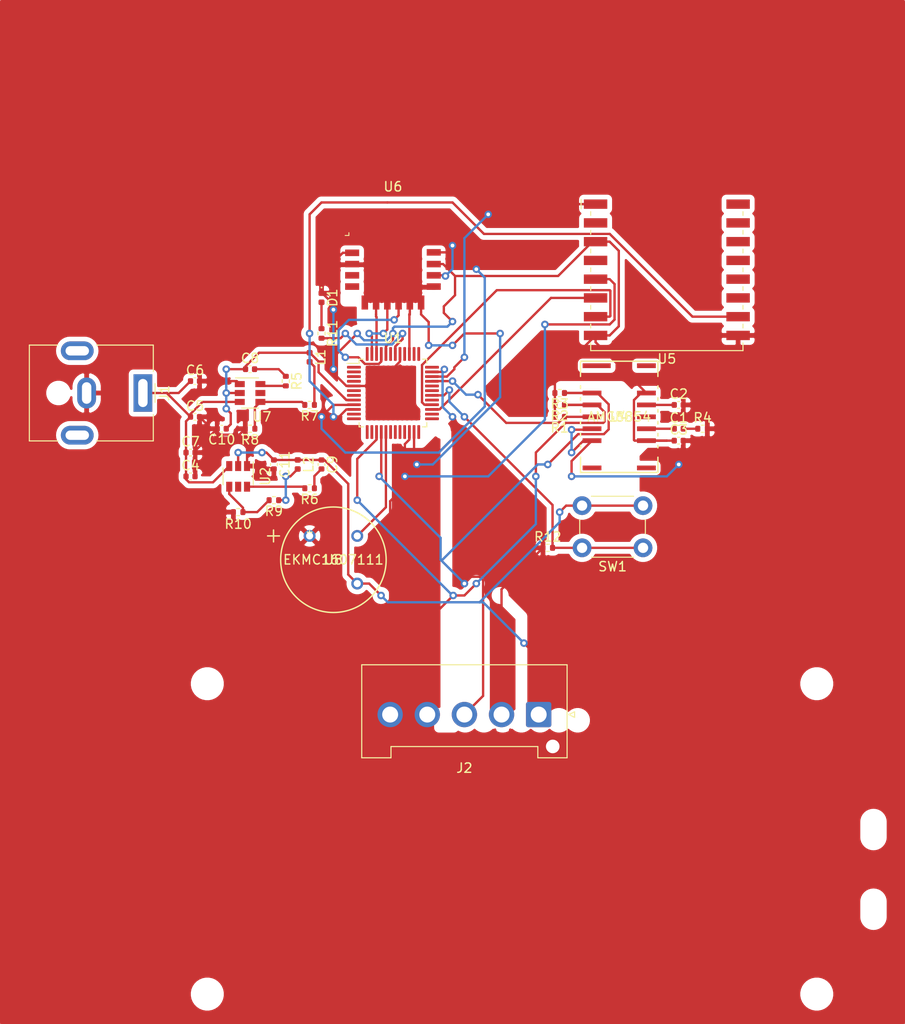
<source format=kicad_pcb>
(kicad_pcb (version 20171130) (host pcbnew "(5.1.9)-1")
  (layers (0 F.Cu signal) (31 B.Cu signal) (34 B.Paste user) (35 F.Paste user) (36 B.SilkS user) (37 F.SilkS user hide) (38 B.Mask user) (39 F.Mask user) (44 Edge.Cuts user))
  (net 0 "")
  (net 1 "Net-(U1-Pad48)")
  (net 2 BLE_UART_TX)
  (net 3 BLE_UART_RX)
  (net 4 +3V3)
  (net 5 "Net-(U1-Pad43)")
  (net 6 GND)
  (net 7 "Net-(U1-Pad40)")
  (net 8 "Net-(U1-Pad38)")
  (net 9 "Net-(U1-Pad37)")
  (net 10 "Net-(U1-Pad36)")
  (net 11 LCD_RST)
  (net 12 Grid-EYE_INT)
  (net 13 "Net-(U1-Pad32)")
  (net 14 "Net-(U1-Pad31)")
  (net 15 "Net-(U1-Pad29)")
  (net 16 SPI_MOSI)
  (net 17 SPI_MISO)
  (net 18 "Net-(U1-Pad26)")
  (net 19 "Net-(U1-Pad25)")
  (net 20 "Net-(U1-Pad24)")
  (net 21 SPI_CLK)
  (net 22 "Net-(U1-Pad21)")
  (net 23 "Net-(U1-Pad20)")
  (net 24 "Net-(U1-Pad19)")
  (net 25 "Net-(U1-Pad18)")
  (net 26 SDA)
  (net 27 SCL)
  (net 28 "Net-(U1-Pad14)")
  (net 29 "Net-(U1-Pad13)")
  (net 30 "Net-(U1-Pad12)")
  (net 31 "Net-(U1-Pad11)")
  (net 32 SPI_CS_WIFI)
  (net 33 "Net-(U1-Pad7)")
  (net 34 "Net-(U1-Pad6)")
  (net 35 "Net-(U1-Pad4)")
  (net 36 "Net-(U1-Pad3)")
  (net 37 "Net-(U1-Pad2)")
  (net 38 "Net-(U1-Pad1)")
  (net 39 +5V)
  (net 40 "Net-(U5-Pad2)")
  (net 41 "Net-(U5-Pad4)")
  (net 42 "Net-(U5-Pad11)")
  (net 43 "Net-(U5-Pad12)")
  (net 44 "Net-(U5-Pad13)")
  (net 45 "Net-(U5-Pad14)")
  (net 46 "Net-(U5-Pad15)")
  (net 47 "Net-(U5-Pad16)")
  (net 48 "Net-(U6-Pad16)")
  (net 49 "Net-(U6-Pad12)")
  (net 50 "Net-(U6-Pad1)")
  (net 51 "Net-(U6-Pad3)")
  (net 52 "Net-(U6-Pad4)")
  (net 53 "Net-(U6-Pad5)")
  (net 54 "Net-(U6-Pad6)")
  (net 55 LED_GPIO)
  (net 56 BUTTON_GPIO)
  (net 57 BLE_RST)
  (net 58 WIFI_RST)
  (net 59 PIR_GPIO)
  (net 60 "Net-(U2-Pad5)")
  (net 61 "Net-(R6-Pad2)")
  (net 62 "Net-(R10-Pad1)")
  (net 63 VCC)
  (net 64 "Net-(U7-Pad5)")
  (net 65 "Net-(R5-Pad2)")
  (net 66 "Net-(R7-Pad2)")
  (net 67 "Net-(C1-Pad2)")
  (net 68 "Net-(C1-Pad1)")
  (net 69 "Net-(C2-Pad1)")
  (net 70 "Net-(C8-Pad2)")
  (net 71 "Net-(C9-Pad2)")
  (net 72 "Net-(D1-Pad2)")
  (net 73 "Net-(L1-Pad2)")
  (net 74 "Net-(L2-Pad2)")
  (net 75 "Net-(U4-Pad1)")
  (net 76 "Net-(U4-Pad7)")
  (net 77 "Net-(U4-Pad8)")
  (net 78 "Net-(U4-Pad11)")
  (net 79 "Net-(U4-Pad14)")
  (net 80 BLE_UART_RTS)
  (net 81 BLE_UART_CTS)
  (net 82 BLE_UART_TX_IND)
  (module Connector_JST:JST_VH_B5P-VH-FB-B_1x05_P3.96mm_Vertical (layer F.Cu) (at 141.27 119.38 180)
    (fp_text reference J2 (at 7.92 -5.7) (layer F.SilkS))
    (fp_text value Conn_01x05_Male_LCD_DISPLAY)
    (pad 1 thru_hole roundrect (at 0 0 180) (size 2.7 2.7) (drill 1.7) (layers *.Cu *.Mask) (roundrect_rratio 0.09259299999999999) (net 39 +5V))
    (pad 2 thru_hole circle (at 3.96 0 180) (size 2.7 2.7) (drill 1.7) (layers *.Cu *.Mask) (net 6 GND))
    (pad 3 thru_hole circle (at 7.92 0 180) (size 2.7 2.7) (drill 1.7) (layers *.Cu *.Mask) (net 26 SDA))
    (pad 4 thru_hole circle (at 11.88 0 180) (size 2.7 2.7) (drill 1.7) (layers *.Cu *.Mask) (net 27 SCL))
    (pad 5 thru_hole circle (at 15.84 0 180) (size 2.7 2.7) (drill 1.7) (layers *.Cu *.Mask) (net 11 LCD_RST))
    (pad "" np_thru_hole circle (at -1.5 -3.4 180) (size 1.45 1.45) (drill 1.45) (layers *.Cu *.Mask))
  )
  (module Package_TO_SOT_SMD:SOT-23-6 (layer F.Cu) (at 110.49 85.09)
    (fp_text reference U7 (at 1.27 2.54) (layer F.SilkS))
    (fp_text value TPS56339DDC)
    (pad 5 smd rect (at 1.1 0) (size 1.06 0.65) (layers F.Cu F.Paste F.Mask) (net 64 "Net-(U7-Pad5)"))
    (pad 6 smd rect (at 1.1 -0.95) (size 1.06 0.65) (layers F.Cu F.Paste F.Mask) (net 65 "Net-(R5-Pad2)"))
    (pad 4 smd rect (at 1.1 0.95) (size 1.06 0.65) (layers F.Cu F.Paste F.Mask) (net 66 "Net-(R7-Pad2)"))
    (pad 3 smd rect (at -1.1 0.95) (size 1.06 0.65) (layers F.Cu F.Paste F.Mask) (net 63 VCC))
    (pad 2 smd rect (at -1.1 0) (size 1.06 0.65) (layers F.Cu F.Paste F.Mask) (net 4 +3V3))
    (pad 1 smd rect (at -1.1 -0.95) (size 1.06 0.65) (layers F.Cu F.Paste F.Mask) (net 6 GND))
  )
  (module Package_TO_SOT_SMD:SOT-23-6 (layer F.Cu) (at 109.22 93.98 270)
    (fp_text reference U2 (at 0 -2.9 90) (layer F.SilkS))
    (fp_text value TPS56339DDC)
    (pad 5 smd rect (at 1.1 0 270) (size 1.06 0.65) (layers F.Cu F.Paste F.Mask) (net 60 "Net-(U2-Pad5)"))
    (pad 6 smd rect (at 1.1 -0.95 270) (size 1.06 0.65) (layers F.Cu F.Paste F.Mask) (net 61 "Net-(R6-Pad2)"))
    (pad 4 smd rect (at 1.1 0.95 270) (size 1.06 0.65) (layers F.Cu F.Paste F.Mask) (net 62 "Net-(R10-Pad1)"))
    (pad 3 smd rect (at -1.1 0.95 270) (size 1.06 0.65) (layers F.Cu F.Paste F.Mask) (net 63 VCC))
    (pad 2 smd rect (at -1.1 0 270) (size 1.06 0.65) (layers F.Cu F.Paste F.Mask) (net 39 +5V))
    (pad 1 smd rect (at -1.1 -0.95 270) (size 1.06 0.65) (layers F.Cu F.Paste F.Mask) (net 6 GND))
  )
  (module RF_Module:Microchip_RN4871 (layer F.Cu) (at 125.73 72.39)
    (fp_text reference U6 (at 0 -9.3) (layer F.SilkS))
    (fp_text value RN4871)
    (pad 16 smd rect (at 4.35 -3.45 90) (size 0.7 1.5) (layers F.Cu F.Paste F.Mask) (net 48 "Net-(U6-Pad16)"))
    (pad 15 smd rect (at 4.35 -2.3 90) (size 0.7 1.5) (layers F.Cu F.Paste F.Mask) (net 82 BLE_UART_TX_IND))
    (pad 14 smd rect (at 4.35 -1.05 90) (size 0.7 1.5) (layers F.Cu F.Paste F.Mask) (net 4 +3V3))
    (pad 13 smd rect (at 4.35 0.15 90) (size 0.7 1.5) (layers F.Cu F.Paste F.Mask) (net 6 GND))
    (pad 12 smd rect (at 4.35 1.35 90) (size 0.7 1.5) (layers F.Cu F.Paste F.Mask) (net 49 "Net-(U6-Pad12)"))
    (pad 1 smd rect (at -4.35 -3.45 90) (size 0.7 1.5) (layers F.Cu F.Paste F.Mask) (net 50 "Net-(U6-Pad1)"))
    (pad 2 smd rect (at -4.35 -2.25 90) (size 0.7 1.5) (layers F.Cu F.Paste F.Mask) (net 6 GND))
    (pad 3 smd rect (at -4.35 -1.05 90) (size 0.7 1.5) (layers F.Cu F.Paste F.Mask) (net 51 "Net-(U6-Pad3)"))
    (pad 4 smd rect (at -4.35 0.15 90) (size 0.7 1.5) (layers F.Cu F.Paste F.Mask) (net 52 "Net-(U6-Pad4)"))
    (pad 5 smd rect (at -4.35 1.35 90) (size 0.7 1.5) (layers F.Cu F.Paste F.Mask) (net 53 "Net-(U6-Pad5)"))
    (pad 11 smd rect (at 3 3.05) (size 0.7 1.5) (layers F.Cu F.Paste F.Mask) (net 81 BLE_UART_CTS))
    (pad 10 smd rect (at 1.8 3.05) (size 0.7 1.5) (layers F.Cu F.Paste F.Mask) (net 57 BLE_RST))
    (pad 9 smd rect (at 0.6 3.05) (size 0.7 1.5) (layers F.Cu F.Paste F.Mask) (net 80 BLE_UART_RTS))
    (pad 8 smd rect (at -0.6 3.05) (size 0.7 1.5) (layers F.Cu F.Paste F.Mask) (net 2 BLE_UART_TX))
    (pad 7 smd rect (at -1.8 3.05) (size 0.7 1.5) (layers F.Cu F.Paste F.Mask) (net 3 BLE_UART_RX))
    (pad 6 smd rect (at -3 3.05) (size 0.7 1.5) (layers F.Cu F.Paste F.Mask) (net 54 "Net-(U6-Pad6)"))
  )
  (module RF_Module:ESP-07 (layer F.Cu) (at 154.94 69.85)
    (fp_text reference U5 (at 0 11.6) (layer F.SilkS))
    (fp_text value ESP-07)
    (pad 1 smd rect (at -7.6 -4.9) (size 2.5 1) (layers F.Cu F.Paste F.Mask) (net 58 WIFI_RST))
    (pad 2 smd rect (at -7.6 -2.9) (size 2.5 1) (layers F.Cu F.Paste F.Mask) (net 40 "Net-(U5-Pad2)"))
    (pad 3 smd rect (at -7.6 -0.9) (size 2.5 1) (layers F.Cu F.Paste F.Mask) (net 4 +3V3))
    (pad 4 smd rect (at -7.6 1.1) (size 2.5 1) (layers F.Cu F.Paste F.Mask) (net 41 "Net-(U5-Pad4)"))
    (pad 5 smd rect (at -7.6 3.1) (size 2.5 1) (layers F.Cu F.Paste F.Mask) (net 21 SPI_CLK))
    (pad 6 smd rect (at -7.6 5.1) (size 2.5 1) (layers F.Cu F.Paste F.Mask) (net 17 SPI_MISO))
    (pad 7 smd rect (at -7.6 7.1) (size 2.5 1) (layers F.Cu F.Paste F.Mask) (net 16 SPI_MOSI))
    (pad 8 smd rect (at -7.6 9.1) (size 2.5 1) (layers F.Cu F.Paste F.Mask) (net 4 +3V3))
    (pad 9 smd rect (at 7.6 9.1) (size 2.5 1) (layers F.Cu F.Paste F.Mask) (net 6 GND))
    (pad 10 smd rect (at 7.6 7.1) (size 2.5 1) (layers F.Cu F.Paste F.Mask) (net 32 SPI_CS_WIFI))
    (pad 11 smd rect (at 7.6 5.1) (size 2.5 1) (layers F.Cu F.Paste F.Mask) (net 42 "Net-(U5-Pad11)"))
    (pad 12 smd rect (at 7.6 3.1) (size 2.5 1) (layers F.Cu F.Paste F.Mask) (net 43 "Net-(U5-Pad12)"))
    (pad 13 smd rect (at 7.6 1.1) (size 2.5 1) (layers F.Cu F.Paste F.Mask) (net 44 "Net-(U5-Pad13)"))
    (pad 14 smd rect (at 7.6 -0.9) (size 2.5 1) (layers F.Cu F.Paste F.Mask) (net 45 "Net-(U5-Pad14)"))
    (pad 15 smd rect (at 7.6 -2.9) (size 2.5 1) (layers F.Cu F.Paste F.Mask) (net 46 "Net-(U5-Pad15)"))
    (pad 16 smd rect (at 7.6 -4.9) (size 2.5 1) (layers F.Cu F.Paste F.Mask) (net 47 "Net-(U5-Pad16)"))
  )
  (module Package_QFP:LQFP-48_7x7mm_P0.5mm (layer F.Cu) (at 125.73 85.09)
    (fp_text reference U1 (at 0 -5.85) (layer F.SilkS))
    (fp_text value LPC1113FBD48-302)
    (pad 48 smd roundrect (at -2.75 -4.1625) (size 0.3 1.475) (layers F.Cu F.Paste F.Mask) (net 1 "Net-(U1-Pad48)"))
    (pad 47 smd roundrect (at -2.25 -4.1625) (size 0.3 1.475) (layers F.Cu F.Paste F.Mask) (net 2 BLE_UART_TX))
    (pad 46 smd roundrect (at -1.75 -4.1625) (size 0.3 1.475) (layers F.Cu F.Paste F.Mask) (net 3 BLE_UART_RX))
    (pad 45 smd roundrect (at -1.25 -4.1625) (size 0.3 1.475) (layers F.Cu F.Paste F.Mask) (net 80 BLE_UART_RTS))
    (pad 44 smd roundrect (at -0.75 -4.1625) (size 0.3 1.475) (layers F.Cu F.Paste F.Mask) (net 4 +3V3))
    (pad 43 smd roundrect (at -0.25 -4.1625) (size 0.3 1.475) (layers F.Cu F.Paste F.Mask) (net 5 "Net-(U1-Pad43)"))
    (pad 42 smd roundrect (at 0.25 -4.1625) (size 0.3 1.475) (layers F.Cu F.Paste F.Mask) (net 55 LED_GPIO))
    (pad 41 smd roundrect (at 0.75 -4.1625) (size 0.3 1.475) (layers F.Cu F.Paste F.Mask) (net 6 GND))
    (pad 40 smd roundrect (at 1.25 -4.1625) (size 0.3 1.475) (layers F.Cu F.Paste F.Mask) (net 7 "Net-(U1-Pad40)"))
    (pad 39 smd roundrect (at 1.75 -4.1625) (size 0.3 1.475) (layers F.Cu F.Paste F.Mask) (net 57 BLE_RST))
    (pad 38 smd roundrect (at 2.25 -4.1625) (size 0.3 1.475) (layers F.Cu F.Paste F.Mask) (net 8 "Net-(U1-Pad38)"))
    (pad 37 smd roundrect (at 2.75 -4.1625) (size 0.3 1.475) (layers F.Cu F.Paste F.Mask) (net 9 "Net-(U1-Pad37)"))
    (pad 36 smd roundrect (at 4.1625 -2.75) (size 1.475 0.3) (layers F.Cu F.Paste F.Mask) (net 10 "Net-(U1-Pad36)"))
    (pad 35 smd roundrect (at 4.1625 -2.25) (size 1.475 0.3) (layers F.Cu F.Paste F.Mask) (net 11 LCD_RST))
    (pad 34 smd roundrect (at 4.1625 -1.75) (size 1.475 0.3) (layers F.Cu F.Paste F.Mask) (net 58 WIFI_RST))
    (pad 33 smd roundrect (at 4.1625 -1.25) (size 1.475 0.3) (layers F.Cu F.Paste F.Mask) (net 12 Grid-EYE_INT))
    (pad 32 smd roundrect (at 4.1625 -0.75) (size 1.475 0.3) (layers F.Cu F.Paste F.Mask) (net 13 "Net-(U1-Pad32)"))
    (pad 31 smd roundrect (at 4.1625 -0.25) (size 1.475 0.3) (layers F.Cu F.Paste F.Mask) (net 14 "Net-(U1-Pad31)"))
    (pad 30 smd roundrect (at 4.1625 0.25) (size 1.475 0.3) (layers F.Cu F.Paste F.Mask) (net 56 BUTTON_GPIO))
    (pad 29 smd roundrect (at 4.1625 0.75) (size 1.475 0.3) (layers F.Cu F.Paste F.Mask) (net 15 "Net-(U1-Pad29)"))
    (pad 28 smd roundrect (at 4.1625 1.25) (size 1.475 0.3) (layers F.Cu F.Paste F.Mask) (net 16 SPI_MOSI))
    (pad 27 smd roundrect (at 4.1625 1.75) (size 1.475 0.3) (layers F.Cu F.Paste F.Mask) (net 17 SPI_MISO))
    (pad 26 smd roundrect (at 4.1625 2.25) (size 1.475 0.3) (layers F.Cu F.Paste F.Mask) (net 18 "Net-(U1-Pad26)"))
    (pad 25 smd roundrect (at 4.1625 2.75) (size 1.475 0.3) (layers F.Cu F.Paste F.Mask) (net 19 "Net-(U1-Pad25)"))
    (pad 24 smd roundrect (at 2.75 4.1625) (size 0.3 1.475) (layers F.Cu F.Paste F.Mask) (net 20 "Net-(U1-Pad24)"))
    (pad 23 smd roundrect (at 2.25 4.1625) (size 0.3 1.475) (layers F.Cu F.Paste F.Mask) (net 81 BLE_UART_CTS))
    (pad 22 smd roundrect (at 1.75 4.1625) (size 0.3 1.475) (layers F.Cu F.Paste F.Mask) (net 21 SPI_CLK))
    (pad 21 smd roundrect (at 1.25 4.1625) (size 0.3 1.475) (layers F.Cu F.Paste F.Mask) (net 22 "Net-(U1-Pad21)"))
    (pad 20 smd roundrect (at 0.75 4.1625) (size 0.3 1.475) (layers F.Cu F.Paste F.Mask) (net 23 "Net-(U1-Pad20)"))
    (pad 19 smd roundrect (at 0.25 4.1625) (size 0.3 1.475) (layers F.Cu F.Paste F.Mask) (net 24 "Net-(U1-Pad19)"))
    (pad 18 smd roundrect (at -0.25 4.1625) (size 0.3 1.475) (layers F.Cu F.Paste F.Mask) (net 25 "Net-(U1-Pad18)"))
    (pad 17 smd roundrect (at -0.75 4.1625) (size 0.3 1.475) (layers F.Cu F.Paste F.Mask) (net 59 PIR_GPIO))
    (pad 16 smd roundrect (at -1.25 4.1625) (size 0.3 1.475) (layers F.Cu F.Paste F.Mask) (net 26 SDA))
    (pad 15 smd roundrect (at -1.75 4.1625) (size 0.3 1.475) (layers F.Cu F.Paste F.Mask) (net 27 SCL))
    (pad 14 smd roundrect (at -2.25 4.1625) (size 0.3 1.475) (layers F.Cu F.Paste F.Mask) (net 28 "Net-(U1-Pad14)"))
    (pad 13 smd roundrect (at -2.75 4.1625) (size 0.3 1.475) (layers F.Cu F.Paste F.Mask) (net 29 "Net-(U1-Pad13)"))
    (pad 12 smd roundrect (at -4.1625 2.75) (size 1.475 0.3) (layers F.Cu F.Paste F.Mask) (net 30 "Net-(U1-Pad12)"))
    (pad 11 smd roundrect (at -4.1625 2.25) (size 1.475 0.3) (layers F.Cu F.Paste F.Mask) (net 31 "Net-(U1-Pad11)"))
    (pad 10 smd roundrect (at -4.1625 1.75) (size 1.475 0.3) (layers F.Cu F.Paste F.Mask) (net 32 SPI_CS_WIFI))
    (pad 9 smd roundrect (at -4.1625 1.25) (size 1.475 0.3) (layers F.Cu F.Paste F.Mask) (net 82 BLE_UART_TX_IND))
    (pad 8 smd roundrect (at -4.1625 0.75) (size 1.475 0.3) (layers F.Cu F.Paste F.Mask) (net 4 +3V3))
    (pad 7 smd roundrect (at -4.1625 0.25) (size 1.475 0.3) (layers F.Cu F.Paste F.Mask) (net 33 "Net-(U1-Pad7)"))
    (pad 6 smd roundrect (at -4.1625 -0.25) (size 1.475 0.3) (layers F.Cu F.Paste F.Mask) (net 34 "Net-(U1-Pad6)"))
    (pad 5 smd roundrect (at -4.1625 -0.75) (size 1.475 0.3) (layers F.Cu F.Paste F.Mask) (net 6 GND))
    (pad 4 smd roundrect (at -4.1625 -1.25) (size 1.475 0.3) (layers F.Cu F.Paste F.Mask) (net 35 "Net-(U1-Pad4)"))
    (pad 3 smd roundrect (at -4.1625 -1.75) (size 1.475 0.3) (layers F.Cu F.Paste F.Mask) (net 36 "Net-(U1-Pad3)"))
    (pad 2 smd roundrect (at -4.1625 -2.25) (size 1.475 0.3) (layers F.Cu F.Paste F.Mask) (net 37 "Net-(U1-Pad2)"))
    (pad 1 smd roundrect (at -4.1625 -2.75) (size 1.475 0.3) (layers F.Cu F.Paste F.Mask) (net 38 "Net-(U1-Pad1)"))
  )
  (module Capacitor_SMD:C_0402_1005Metric (layer F.Cu) (at 156.21 88.9)
    (fp_text reference C1 (at 0 -1.16) (layer F.SilkS))
    (fp_text value 1uF)
    (pad 2 smd roundrect (at 0.48 0) (size 0.56 0.62) (layers F.Cu F.Paste F.Mask) (net 67 "Net-(C1-Pad2)"))
    (pad 1 smd roundrect (at -0.48 0) (size 0.56 0.62) (layers F.Cu F.Paste F.Mask) (net 68 "Net-(C1-Pad1)"))
  )
  (module Capacitor_SMD:C_0402_1005Metric (layer F.Cu) (at 156.21 86.36)
    (fp_text reference C2 (at 0 -1.16) (layer F.SilkS))
    (fp_text value 1.5uF)
    (pad 1 smd roundrect (at -0.48 0) (size 0.56 0.62) (layers F.Cu F.Paste F.Mask) (net 69 "Net-(C2-Pad1)"))
    (pad 2 smd roundrect (at 0.48 0) (size 0.56 0.62) (layers F.Cu F.Paste F.Mask) (net 6 GND))
  )
  (module Capacitor_SMD:C_0402_1005Metric (layer F.Cu) (at 156.21 90.17)
    (fp_text reference C3 (at 0 -1.16) (layer F.SilkS))
    (fp_text value 10uF)
    (pad 1 smd roundrect (at -0.48 0) (size 0.56 0.62) (layers F.Cu F.Paste F.Mask) (net 4 +3V3))
    (pad 2 smd roundrect (at 0.48 0) (size 0.56 0.62) (layers F.Cu F.Paste F.Mask) (net 6 GND))
  )
  (module Capacitor_SMD:C_0402_1005Metric (layer F.Cu) (at 104.14 93.98)
    (fp_text reference C4 (at 0 -1.16) (layer F.SilkS))
    (fp_text value 10uF)
    (pad 2 smd roundrect (at 0.48 0) (size 0.56 0.62) (layers F.Cu F.Paste F.Mask) (net 6 GND))
    (pad 1 smd roundrect (at -0.48 0) (size 0.56 0.62) (layers F.Cu F.Paste F.Mask) (net 63 VCC))
  )
  (module Capacitor_SMD:C_0402_1005Metric (layer F.Cu) (at 104.62 87.63)
    (fp_text reference C5 (at 0 -1.16) (layer F.SilkS))
    (fp_text value 100nF)
    (pad 2 smd roundrect (at 0.48 0) (size 0.56 0.62) (layers F.Cu F.Paste F.Mask) (net 6 GND))
    (pad 1 smd roundrect (at -0.48 0) (size 0.56 0.62) (layers F.Cu F.Paste F.Mask) (net 63 VCC))
  )
  (module Capacitor_SMD:C_0402_1005Metric (layer F.Cu) (at 104.62 83.82)
    (fp_text reference C6 (at 0 -1.16) (layer F.SilkS))
    (fp_text value 10uF)
    (pad 1 smd roundrect (at -0.48 0) (size 0.56 0.62) (layers F.Cu F.Paste F.Mask) (net 63 VCC))
    (pad 2 smd roundrect (at 0.48 0) (size 0.56 0.62) (layers F.Cu F.Paste F.Mask) (net 6 GND))
  )
  (module Capacitor_SMD:C_0402_1005Metric (layer F.Cu) (at 104.14 91.44)
    (fp_text reference C7 (at 0 -1.16) (layer F.SilkS))
    (fp_text value 100nF)
    (pad 1 smd roundrect (at -0.48 0) (size 0.56 0.62) (layers F.Cu F.Paste F.Mask) (net 63 VCC))
    (pad 2 smd roundrect (at 0.48 0) (size 0.56 0.62) (layers F.Cu F.Paste F.Mask) (net 6 GND))
  )
  (module Capacitor_SMD:C_0402_1005Metric (layer F.Cu) (at 110.49 82.55)
    (fp_text reference C8 (at 0 -1.16) (layer F.SilkS))
    (fp_text value 100nF)
    (pad 1 smd roundrect (at -0.48 0) (size 0.56 0.62) (layers F.Cu F.Paste F.Mask) (net 4 +3V3))
    (pad 2 smd roundrect (at 0.48 0) (size 0.56 0.62) (layers F.Cu F.Paste F.Mask) (net 70 "Net-(C8-Pad2)"))
  )
  (module Capacitor_SMD:C_0402_1005Metric (layer F.Cu) (at 118.11 92.71 270)
    (fp_text reference C9 (at 0 -1.16 90) (layer F.SilkS))
    (fp_text value 100nF)
    (pad 2 smd roundrect (at 0.48 0 270) (size 0.56 0.62) (layers F.Cu F.Paste F.Mask) (net 71 "Net-(C9-Pad2)"))
    (pad 1 smd roundrect (at -0.48 0 270) (size 0.56 0.62) (layers F.Cu F.Paste F.Mask) (net 39 +5V))
  )
  (module Capacitor_SMD:C_0402_1005Metric (layer F.Cu) (at 107.47 88.9 180)
    (fp_text reference C10 (at 0 -1.16) (layer F.SilkS))
    (fp_text value 22uF)
    (pad 2 smd roundrect (at 0.48 0 180) (size 0.56 0.62) (layers F.Cu F.Paste F.Mask) (net 6 GND))
    (pad 1 smd roundrect (at -0.48 0 180) (size 0.56 0.62) (layers F.Cu F.Paste F.Mask) (net 4 +3V3))
  )
  (module Capacitor_SMD:C_0402_1005Metric (layer F.Cu) (at 113.03 92.71 270)
    (fp_text reference C11 (at 0 -1.16 90) (layer F.SilkS))
    (fp_text value 22uF)
    (pad 1 smd roundrect (at -0.48 0 270) (size 0.56 0.62) (layers F.Cu F.Paste F.Mask) (net 39 +5V))
    (pad 2 smd roundrect (at 0.48 0 270) (size 0.56 0.62) (layers F.Cu F.Paste F.Mask) (net 6 GND))
  )
  (module LED_SMD:LED_0402_1005Metric (layer F.Cu) (at 118.11 74.93 270)
    (fp_text reference D1 (at 0 -1.17 90) (layer F.SilkS))
    (fp_text value LED)
    (pad 1 smd roundrect (at -0.485 0 270) (size 0.59 0.64) (layers F.Cu F.Paste F.Mask) (net 6 GND))
    (pad 2 smd roundrect (at 0.485 0 270) (size 0.59 0.64) (layers F.Cu F.Paste F.Mask) (net 72 "Net-(D1-Pad2)"))
  )
  (module Connector_BarrelJack:BarrelJack_CUI_PJ-063AH_Horizontal (layer F.Cu) (at 99.06 85.09 270)
    (fp_text reference J1 (at 0 -2.3 90) (layer F.SilkS))
    (fp_text value Barrel_Jack)
    (pad 1 thru_hole rect (at 0 0 270) (size 4 2) (drill oval 3 1) (layers *.Cu *.Mask) (net 63 VCC))
    (pad 2 thru_hole oval (at 0 6 270) (size 3.3 2) (drill oval 2.3 1) (layers *.Cu *.Mask) (net 6 GND))
    (pad MP thru_hole oval (at -4.5 7 270) (size 2 3.5) (drill oval 1 2.5) (layers *.Cu *.Mask))
    (pad MP thru_hole oval (at 4.5 7 270) (size 2 3.5) (drill oval 1 2.5) (layers *.Cu *.Mask))
    (pad "" np_thru_hole circle (at 0 9 270) (size 1.6 1.6) (drill 1.6) (layers *.Cu *.Mask))
  )
  (module Inductor_SMD:L_0402_1005Metric (layer F.Cu) (at 116.84 81.28 270)
    (fp_text reference L1 (at 0 -1.17 90) (layer F.SilkS))
    (fp_text value 4.7uH)
    (pad 2 smd roundrect (at 0.485 0 270) (size 0.59 0.64) (layers F.Cu F.Paste F.Mask) (net 73 "Net-(L1-Pad2)"))
    (pad 1 smd roundrect (at -0.485 0 270) (size 0.59 0.64) (layers F.Cu F.Paste F.Mask) (net 4 +3V3))
  )
  (module Inductor_SMD:L_0402_1005Metric (layer F.Cu) (at 115.57 92.71 270)
    (fp_text reference L2 (at 0 -1.17 90) (layer F.SilkS))
    (fp_text value 5.6uH)
    (pad 1 smd roundrect (at -0.485 0 270) (size 0.59 0.64) (layers F.Cu F.Paste F.Mask) (net 39 +5V))
    (pad 2 smd roundrect (at 0.485 0 270) (size 0.59 0.64) (layers F.Cu F.Paste F.Mask) (net 74 "Net-(L2-Pad2)"))
  )
  (module Resistor_SMD:R_0402_1005Metric (layer F.Cu) (at 143.51 87.63 180)
    (fp_text reference R1 (at 0 -1.17) (layer F.SilkS))
    (fp_text value 10kΩ)
    (pad 1 smd roundrect (at -0.51 0 180) (size 0.54 0.64) (layers F.Cu F.Paste F.Mask) (net 12 Grid-EYE_INT))
    (pad 2 smd roundrect (at 0.51 0 180) (size 0.54 0.64) (layers F.Cu F.Paste F.Mask) (net 4 +3V3))
  )
  (module Resistor_SMD:R_0402_1005Metric (layer F.Cu) (at 143.51 86.36 180)
    (fp_text reference R2 (at 0 -1.17) (layer F.SilkS))
    (fp_text value 10kΩ)
    (pad 2 smd roundrect (at 0.51 0 180) (size 0.54 0.64) (layers F.Cu F.Paste F.Mask) (net 4 +3V3))
    (pad 1 smd roundrect (at -0.51 0 180) (size 0.54 0.64) (layers F.Cu F.Paste F.Mask) (net 27 SCL))
  )
  (module Resistor_SMD:R_0402_1005Metric (layer F.Cu) (at 143.51 85.09 180)
    (fp_text reference R3 (at 0 -1.17) (layer F.SilkS))
    (fp_text value 10kΩ)
    (pad 1 smd roundrect (at -0.51 0 180) (size 0.54 0.64) (layers F.Cu F.Paste F.Mask) (net 26 SDA))
    (pad 2 smd roundrect (at 0.51 0 180) (size 0.54 0.64) (layers F.Cu F.Paste F.Mask) (net 4 +3V3))
  )
  (module Resistor_SMD:R_0402_1005Metric (layer F.Cu) (at 158.75 88.9)
    (fp_text reference R4 (at 0 -1.17) (layer F.SilkS))
    (fp_text value 20Ω)
    (pad 2 smd roundrect (at 0.51 0) (size 0.54 0.64) (layers F.Cu F.Paste F.Mask) (net 6 GND))
    (pad 1 smd roundrect (at -0.51 0) (size 0.54 0.64) (layers F.Cu F.Paste F.Mask) (net 67 "Net-(C1-Pad2)"))
  )
  (module Resistor_SMD:R_0402_1005Metric (layer F.Cu) (at 114.3 83.82 270)
    (fp_text reference R5 (at 0 -1.17 90) (layer F.SilkS))
    (fp_text value 30Ω)
    (pad 2 smd roundrect (at 0.51 0 270) (size 0.54 0.64) (layers F.Cu F.Paste F.Mask) (net 65 "Net-(R5-Pad2)"))
    (pad 1 smd roundrect (at -0.51 0 270) (size 0.54 0.64) (layers F.Cu F.Paste F.Mask) (net 70 "Net-(C8-Pad2)"))
  )
  (module Resistor_SMD:R_0402_1005Metric (layer F.Cu) (at 116.84 95.25 180)
    (fp_text reference R6 (at 0 -1.17) (layer F.SilkS))
    (fp_text value 30Ω)
    (pad 1 smd roundrect (at -0.51 0 180) (size 0.54 0.64) (layers F.Cu F.Paste F.Mask) (net 71 "Net-(C9-Pad2)"))
    (pad 2 smd roundrect (at 0.51 0 180) (size 0.54 0.64) (layers F.Cu F.Paste F.Mask) (net 61 "Net-(R6-Pad2)"))
  )
  (module Resistor_SMD:R_0402_1005Metric (layer F.Cu) (at 116.84 86.36 180)
    (fp_text reference R7 (at 0 -1.17) (layer F.SilkS))
    (fp_text value 30.9kΩ)
    (pad 1 smd roundrect (at -0.51 0 180) (size 0.54 0.64) (layers F.Cu F.Paste F.Mask) (net 73 "Net-(L1-Pad2)"))
    (pad 2 smd roundrect (at 0.51 0 180) (size 0.54 0.64) (layers F.Cu F.Paste F.Mask) (net 66 "Net-(R7-Pad2)"))
  )
  (module Resistor_SMD:R_0402_1005Metric (layer F.Cu) (at 110.49 88.9 180)
    (fp_text reference R8 (at 0 -1.17) (layer F.SilkS))
    (fp_text value 10kΩ)
    (pad 2 smd roundrect (at 0.51 0 180) (size 0.54 0.64) (layers F.Cu F.Paste F.Mask) (net 6 GND))
    (pad 1 smd roundrect (at -0.51 0 180) (size 0.54 0.64) (layers F.Cu F.Paste F.Mask) (net 66 "Net-(R7-Pad2)"))
  )
  (module Resistor_SMD:R_0402_1005Metric (layer F.Cu) (at 113.03 96.52 180)
    (fp_text reference R9 (at 0 -1.17) (layer F.SilkS))
    (fp_text value 52.3kΩ)
    (pad 2 smd roundrect (at 0.51 0 180) (size 0.54 0.64) (layers F.Cu F.Paste F.Mask) (net 62 "Net-(R10-Pad1)"))
    (pad 1 smd roundrect (at -0.51 0 180) (size 0.54 0.64) (layers F.Cu F.Paste F.Mask) (net 74 "Net-(L2-Pad2)"))
  )
  (module Resistor_SMD:R_0402_1005Metric (layer F.Cu) (at 109.22 97.79 180)
    (fp_text reference R10 (at 0 -1.27) (layer F.SilkS))
    (fp_text value 10kΩ)
    (pad 1 smd roundrect (at -0.51 0 180) (size 0.54 0.64) (layers F.Cu F.Paste F.Mask) (net 62 "Net-(R10-Pad1)"))
    (pad 2 smd roundrect (at 0.51 0 180) (size 0.54 0.64) (layers F.Cu F.Paste F.Mask) (net 6 GND))
  )
  (module Resistor_SMD:R_0402_1005Metric (layer F.Cu) (at 118.11 78.74 270)
    (fp_text reference R11 (at 0 -1.17 90) (layer F.SilkS))
    (fp_text value 330Ω)
    (pad 2 smd roundrect (at 0.51 0 270) (size 0.54 0.64) (layers F.Cu F.Paste F.Mask) (net 55 LED_GPIO))
    (pad 1 smd roundrect (at -0.51 0 270) (size 0.54 0.64) (layers F.Cu F.Paste F.Mask) (net 72 "Net-(D1-Pad2)"))
  )
  (module Resistor_SMD:R_0402_1005Metric (layer F.Cu) (at 142.24 101.6)
    (fp_text reference R12 (at 0 -1.17) (layer F.SilkS))
    (fp_text value 10kΩ)
    (pad 1 smd roundrect (at -0.51 0) (size 0.54 0.64) (layers F.Cu F.Paste F.Mask) (net 6 GND))
    (pad 2 smd roundrect (at 0.51 0) (size 0.54 0.64) (layers F.Cu F.Paste F.Mask) (net 56 BUTTON_GPIO))
  )
  (module Button_Switch_THT:SW_PUSH_6mm (layer F.Cu) (at 152.4 101.6 180)
    (fp_text reference SW1 (at 3.25 -2) (layer F.SilkS))
    (fp_text value SW_Push)
    (pad 2 thru_hole circle (at 0 4.5 270) (size 2 2) (drill 1.1) (layers *.Cu *.Mask) (net 39 +5V))
    (pad 1 thru_hole circle (at 0 0 270) (size 2 2) (drill 1.1) (layers *.Cu *.Mask) (net 56 BUTTON_GPIO))
    (pad 2 thru_hole circle (at 6.5 4.5 270) (size 2 2) (drill 1.1) (layers *.Cu *.Mask) (net 39 +5V))
    (pad 1 thru_hole circle (at 6.5 0 270) (size 2 2) (drill 1.1) (layers *.Cu *.Mask) (net 56 BUTTON_GPIO))
  )
  (module footprints:AMG8854 (layer F.Cu) (at 149.86 87.63)
    (fp_text reference U4 (at 0 0) (layer F.SilkS))
    (fp_text value AMG8854 (at 0 0) (layer F.SilkS))
    (fp_text user * (at 0 0) (layer F.SilkS))
    (pad 1 smd rect (at -2.404699 -5.45) (size 2.9972 0.508) (layers F.Cu F.Paste F.Mask) (net 75 "Net-(U4-Pad1)"))
    (pad 2 smd rect (at -2.899999 -2.54) (size 2.0066 0.508) (layers F.Cu F.Paste F.Mask) (net 26 SDA))
    (pad 3 smd rect (at -2.899999 -1.27) (size 2.0066 0.508) (layers F.Cu F.Paste F.Mask) (net 27 SCL))
    (pad 4 smd rect (at -2.899999 0) (size 2.0066 0.508) (layers F.Cu F.Paste F.Mask) (net 12 Grid-EYE_INT))
    (pad 5 smd rect (at -2.899999 1.27) (size 2.0066 0.508) (layers F.Cu F.Paste F.Mask) (net 6 GND))
    (pad 6 smd rect (at -2.899999 2.54) (size 2.0066 0.508) (layers F.Cu F.Paste F.Mask) (net 6 GND))
    (pad 7 smd rect (at -2.899999 5.45) (size 2.0066 0.508) (layers F.Cu F.Paste F.Mask) (net 76 "Net-(U4-Pad7)"))
    (pad 8 smd rect (at 2.899999 5.45) (size 2.0066 0.508) (layers F.Cu F.Paste F.Mask) (net 77 "Net-(U4-Pad8)"))
    (pad 9 smd rect (at 2.899999 2.54) (size 2.0066 0.508) (layers F.Cu F.Paste F.Mask) (net 4 +3V3))
    (pad 10 smd rect (at 2.899999 1.27) (size 2.0066 0.508) (layers F.Cu F.Paste F.Mask) (net 68 "Net-(C1-Pad1)"))
    (pad 11 smd rect (at 2.899999 0) (size 2.0066 0.508) (layers F.Cu F.Paste F.Mask) (net 78 "Net-(U4-Pad11)"))
    (pad 12 smd rect (at 2.899999 -1.27) (size 2.0066 0.508) (layers F.Cu F.Paste F.Mask) (net 69 "Net-(C2-Pad1)"))
    (pad 13 smd rect (at 2.899999 -2.54) (size 2.0066 0.508) (layers F.Cu F.Paste F.Mask) (net 4 +3V3))
    (pad 14 smd rect (at 2.899999 -5.45) (size 2.0066 0.508) (layers F.Cu F.Paste F.Mask) (net 79 "Net-(U4-Pad14)"))
  )
  (module footprints:EKMC1607111 (layer F.Cu) (at 116.84 100.33)
    (fp_text reference U8 (at 2.54 2.54) (layer F.SilkS))
    (fp_text value EKMC1607111 (at 2.54 2.54) (layer F.SilkS))
    (fp_text user * (at 0 0) (layer F.SilkS))
    (pad 1 thru_hole circle (at 0 0) (size 1.27 1.27) (drill 0.762) (layers *.Cu *.Mask) (net 6 GND))
    (pad 3 thru_hole circle (at 5.08 5.08) (size 1.27 1.27) (drill 0.762) (layers *.Cu *.Mask) (net 39 +5V))
    (pad 2 thru_hole circle (at 5.08 0) (size 1.27 1.27) (drill 0.762) (layers *.Cu *.Mask) (net 59 PIR_GPIO))
  )
  (via (at 124.705 78.74) (size 0.8) (drill 0.4) (layers F.Cu B.Cu) (net 2))
  (segment (start 125.13 78.315) (end 124.705 78.74) (width 0.25) (layer F.Cu) (net 2))
  (segment (start 125.13 76.71) (end 125.13 78.315) (width 0.25) (layer F.Cu) (net 2))
  (via (at 123.19 78.74) (size 0.8) (drill 0.4) (layers F.Cu B.Cu) (net 2))
  (segment (start 124.705 78.74) (end 123.19 78.74) (width 0.25) (layer B.Cu) (net 2))
  (segment (start 123.48 79.03) (end 123.48 80.9275) (width 0.25) (layer F.Cu) (net 2))
  (segment (start 123.19 78.74) (end 123.48 79.03) (width 0.25) (layer F.Cu) (net 2))
  (segment (start 125.13 76.71) (end 125.13 75.44) (width 0.25) (layer F.Cu) (net 2))
  (segment (start 123.98 76.99) (end 123.98 80.9275) (width 0.25) (layer F.Cu) (net 3))
  (segment (start 123.93 76.94) (end 123.98 76.99) (width 0.25) (layer F.Cu) (net 3))
  (segment (start 123.93 76.71) (end 123.93 76.94) (width 0.25) (layer F.Cu) (net 3))
  (segment (start 123.93 76.71) (end 123.93 75.44) (width 0.25) (layer F.Cu) (net 3))
  (via (at 107.95 85.09) (size 0.8) (drill 0.4) (layers F.Cu B.Cu) (net 4))
  (segment (start 109.39 85.09) (end 107.95 85.09) (width 0.25) (layer F.Cu) (net 4))
  (via (at 107.95 86.765) (size 0.8) (drill 0.4) (layers F.Cu B.Cu) (net 4))
  (segment (start 107.95 85.09) (end 107.95 86.765) (width 0.25) (layer B.Cu) (net 4))
  (segment (start 107.95 86.765) (end 108.43 87.245) (width 0.25) (layer F.Cu) (net 4))
  (segment (start 108.43 88.42) (end 107.95 88.9) (width 0.25) (layer F.Cu) (net 4))
  (segment (start 108.43 87.245) (end 108.43 88.42) (width 0.25) (layer F.Cu) (net 4))
  (via (at 107.95 82.55) (size 0.8) (drill 0.4) (layers F.Cu B.Cu) (net 4))
  (segment (start 107.95 85.09) (end 107.95 82.55) (width 0.25) (layer B.Cu) (net 4))
  (segment (start 107.95 82.55) (end 110.01 82.55) (width 0.25) (layer F.Cu) (net 4))
  (segment (start 111.455 80.795) (end 116.84 80.795) (width 0.25) (layer F.Cu) (net 4))
  (segment (start 110.01 82.24) (end 111.455 80.795) (width 0.25) (layer F.Cu) (net 4))
  (segment (start 110.01 82.55) (end 110.01 82.24) (width 0.25) (layer F.Cu) (net 4))
  (segment (start 117.80001 81.736778) (end 116.858232 80.795) (width 0.25) (layer F.Cu) (net 4))
  (segment (start 117.80001 82.875712) (end 117.80001 81.736778) (width 0.25) (layer F.Cu) (net 4))
  (segment (start 120.764298 85.84) (end 117.80001 82.875712) (width 0.25) (layer F.Cu) (net 4))
  (segment (start 116.858232 80.795) (end 116.84 80.795) (width 0.25) (layer F.Cu) (net 4))
  (segment (start 121.5675 85.84) (end 120.764298 85.84) (width 0.25) (layer F.Cu) (net 4))
  (via (at 125.73 78.74) (size 0.8) (drill 0.4) (layers F.Cu B.Cu) (net 4))
  (segment (start 124.98 80.124298) (end 124.98 80.9275) (width 0.25) (layer F.Cu) (net 4))
  (segment (start 125.73 79.374298) (end 124.98 80.124298) (width 0.25) (layer F.Cu) (net 4))
  (segment (start 125.73 78.74) (end 125.73 79.374298) (width 0.25) (layer F.Cu) (net 4))
  (segment (start 147.004998 68.95) (end 147.34 68.95) (width 0.25) (layer F.Cu) (net 4))
  (segment (start 143.344998 72.61) (end 147.004998 68.95) (width 0.25) (layer F.Cu) (net 4))
  (segment (start 148.84 68.95) (end 147.34 68.95) (width 0.25) (layer F.Cu) (net 4))
  (segment (start 149.815021 69.925021) (end 148.84 68.95) (width 0.25) (layer F.Cu) (net 4))
  (segment (start 148.84 78.95) (end 149.815021 77.974979) (width 0.25) (layer F.Cu) (net 4))
  (segment (start 149.815021 77.974979) (end 149.815021 69.925021) (width 0.25) (layer F.Cu) (net 4))
  (segment (start 147.34 78.95) (end 148.84 78.95) (width 0.25) (layer F.Cu) (net 4))
  (segment (start 125.889316 78.014999) (end 125.73 78.174315) (width 0.25) (layer B.Cu) (net 4))
  (segment (start 125.73 78.174315) (end 125.73 78.74) (width 0.25) (layer B.Cu) (net 4))
  (segment (start 127.544999 78.014999) (end 125.889316 78.014999) (width 0.25) (layer B.Cu) (net 4))
  (segment (start 125.73 78.788002) (end 125.73 78.74) (width 0.25) (layer B.Cu) (net 4))
  (segment (start 121.92 78.74) (end 122.645001 79.465001) (width 0.25) (layer B.Cu) (net 4))
  (segment (start 120.50499 80.15501) (end 121.92 78.74) (width 0.25) (layer F.Cu) (net 4))
  (segment (start 125.053001 79.465001) (end 125.73 78.788002) (width 0.25) (layer B.Cu) (net 4))
  (segment (start 122.645001 79.465001) (end 125.053001 79.465001) (width 0.25) (layer B.Cu) (net 4))
  (segment (start 120.764298 85.84) (end 120.50499 85.580692) (width 0.25) (layer F.Cu) (net 4))
  (via (at 121.92 78.74) (size 0.8) (drill 0.4) (layers F.Cu B.Cu) (net 4))
  (segment (start 118.923222 81.736778) (end 120.50499 80.15501) (width 0.25) (layer F.Cu) (net 4))
  (segment (start 117.80001 81.736778) (end 118.923222 81.736778) (width 0.25) (layer F.Cu) (net 4))
  (via (at 132.08 77.47) (size 0.8) (drill 0.4) (layers F.Cu B.Cu) (net 4))
  (segment (start 131.535001 78.014999) (end 132.08 77.47) (width 0.25) (layer B.Cu) (net 4))
  (segment (start 127.544999 78.014999) (end 131.535001 78.014999) (width 0.25) (layer B.Cu) (net 4))
  (segment (start 132.08 77.47) (end 131.155001 76.545001) (width 0.25) (layer F.Cu) (net 4))
  (segment (start 143 87.63) (end 143 86.36) (width 0.25) (layer F.Cu) (net 4))
  (segment (start 143 85.09) (end 143 86.36) (width 0.25) (layer F.Cu) (net 4))
  (segment (start 143 83.29) (end 147.34 78.95) (width 0.25) (layer F.Cu) (net 4))
  (segment (start 143 85.09) (end 143 83.29) (width 0.25) (layer F.Cu) (net 4))
  (segment (start 152.187697 85.09) (end 152.759999 85.09) (width 0.25) (layer F.Cu) (net 4))
  (segment (start 151.431698 85.845999) (end 152.187697 85.09) (width 0.25) (layer F.Cu) (net 4))
  (segment (start 154.94 90.17) (end 152.187697 90.17) (width 0.25) (layer F.Cu) (net 4))
  (segment (start 152.759999 90.17) (end 154.94 90.17) (width 0.25) (layer F.Cu) (net 4))
  (segment (start 154.94 90.17) (end 155.73 90.17) (width 0.25) (layer F.Cu) (net 4))
  (segment (start 147.34 79.670001) (end 152.759999 85.09) (width 0.25) (layer F.Cu) (net 4))
  (segment (start 147.34 78.95) (end 147.34 79.670001) (width 0.25) (layer F.Cu) (net 4))
  (segment (start 151.506699 90.17) (end 152.759999 90.17) (width 0.25) (layer F.Cu) (net 4))
  (segment (start 151.431698 90.094999) (end 151.506699 90.17) (width 0.25) (layer F.Cu) (net 4))
  (segment (start 151.431698 85.845999) (end 151.431698 90.094999) (width 0.25) (layer F.Cu) (net 4))
  (segment (start 132.35 72.61) (end 143.344998 72.61) (width 0.25) (layer F.Cu) (net 4))
  (segment (start 131.08 71.34) (end 132.35 72.61) (width 0.25) (layer F.Cu) (net 4))
  (segment (start 130.08 71.34) (end 131.08 71.34) (width 0.25) (layer F.Cu) (net 4))
  (segment (start 132.35 74.66) (end 132.35 72.61) (width 0.25) (layer F.Cu) (net 4))
  (segment (start 131.155001 75.854999) (end 132.35 74.66) (width 0.25) (layer F.Cu) (net 4))
  (segment (start 131.155001 76.545001) (end 131.155001 75.854999) (width 0.25) (layer F.Cu) (net 4))
  (segment (start 109.07 83.82) (end 109.39 84.14) (width 0.25) (layer F.Cu) (net 6))
  (segment (start 105.1 83.82) (end 109.07 83.82) (width 0.25) (layer F.Cu) (net 6))
  (segment (start 106.37 88.9) (end 105.1 87.63) (width 0.25) (layer F.Cu) (net 6))
  (segment (start 106.99 88.9) (end 106.37 88.9) (width 0.25) (layer F.Cu) (net 6))
  (segment (start 109.34499 89.53501) (end 109.98 88.9) (width 0.25) (layer F.Cu) (net 6))
  (segment (start 107.31501 89.53501) (end 109.34499 89.53501) (width 0.25) (layer F.Cu) (net 6))
  (segment (start 106.99 89.21) (end 107.31501 89.53501) (width 0.25) (layer F.Cu) (net 6))
  (segment (start 106.99 88.9) (end 106.99 89.21) (width 0.25) (layer F.Cu) (net 6))
  (segment (start 104.62 91.27) (end 106.99 88.9) (width 0.25) (layer F.Cu) (net 6))
  (segment (start 104.62 91.44) (end 104.62 91.27) (width 0.25) (layer F.Cu) (net 6))
  (segment (start 104.62 91.44) (end 104.62 93.98) (width 0.25) (layer F.Cu) (net 6))
  (segment (start 110.17 90.36002) (end 109.34499 89.53501) (width 0.25) (layer F.Cu) (net 6))
  (segment (start 110.17 92.88) (end 110.17 90.36002) (width 0.25) (layer F.Cu) (net 6))
  (segment (start 123.870702 84.34) (end 121.5675 84.34) (width 0.25) (layer F.Cu) (net 6))
  (segment (start 126.48 81.730702) (end 123.870702 84.34) (width 0.25) (layer F.Cu) (net 6))
  (segment (start 126.48 80.9275) (end 126.48 81.730702) (width 0.25) (layer F.Cu) (net 6))
  (via (at 144.78 93.98) (size 0.8) (drill 0.4) (layers F.Cu B.Cu) (net 6))
  (segment (start 144.78 92.350001) (end 144.78 93.98) (width 0.25) (layer F.Cu) (net 6))
  (segment (start 146.960001 90.17) (end 144.78 92.350001) (width 0.25) (layer F.Cu) (net 6))
  (via (at 156.21 92.71) (size 0.8) (drill 0.4) (layers F.Cu B.Cu) (net 6))
  (segment (start 154.94 93.98) (end 156.21 92.71) (width 0.25) (layer B.Cu) (net 6))
  (segment (start 144.78 93.98) (end 154.94 93.98) (width 0.25) (layer B.Cu) (net 6))
  (segment (start 156.69 92.23) (end 156.69 90.17) (width 0.25) (layer F.Cu) (net 6))
  (segment (start 156.21 92.71) (end 156.69 92.23) (width 0.25) (layer F.Cu) (net 6))
  (via (at 119.38 82.55) (size 0.8) (drill 0.4) (layers F.Cu B.Cu) (net 6))
  (segment (start 119.38 82.955702) (end 119.38 82.55) (width 0.25) (layer F.Cu) (net 6))
  (segment (start 120.764298 84.34) (end 119.38 82.955702) (width 0.25) (layer F.Cu) (net 6))
  (segment (start 121.5675 84.34) (end 120.764298 84.34) (width 0.25) (layer F.Cu) (net 6))
  (via (at 119.38 76.2) (size 0.8) (drill 0.4) (layers F.Cu B.Cu) (net 6))
  (segment (start 119.38 82.55) (end 119.38 76.2) (width 0.25) (layer B.Cu) (net 6))
  (segment (start 118.190685 74.445) (end 118.11 74.445) (width 0.25) (layer F.Cu) (net 6))
  (segment (start 119.38 75.634315) (end 118.190685 74.445) (width 0.25) (layer F.Cu) (net 6))
  (segment (start 119.38 76.2) (end 119.38 75.634315) (width 0.25) (layer F.Cu) (net 6))
  (via (at 144.78 91.44) (size 0.8) (drill 0.4) (layers F.Cu B.Cu) (net 6))
  (segment (start 146.05 90.17) (end 144.78 91.44) (width 0.25) (layer F.Cu) (net 6))
  (segment (start 146.960001 90.17) (end 146.05 90.17) (width 0.25) (layer F.Cu) (net 6))
  (via (at 144.78 89.00001) (size 0.8) (drill 0.4) (layers F.Cu B.Cu) (net 6))
  (segment (start 144.78 91.44) (end 144.78 89.00001) (width 0.25) (layer B.Cu) (net 6))
  (segment (start 146.859991 89.00001) (end 146.960001 88.9) (width 0.25) (layer F.Cu) (net 6))
  (segment (start 144.78 89.00001) (end 146.859991 89.00001) (width 0.25) (layer F.Cu) (net 6))
  (segment (start 120.38 70.14) (end 121.38 70.14) (width 0.25) (layer F.Cu) (net 6))
  (segment (start 118.11 72.41) (end 120.38 70.14) (width 0.25) (layer F.Cu) (net 6))
  (segment (start 118.11 74.445) (end 118.11 72.41) (width 0.25) (layer F.Cu) (net 6))
  (via (at 131.327347 72.612652) (size 0.8) (drill 0.4) (layers F.Cu B.Cu) (net 6))
  (segment (start 131.254695 72.54) (end 131.327347 72.612652) (width 0.25) (layer F.Cu) (net 6))
  (segment (start 130.08 72.54) (end 131.254695 72.54) (width 0.25) (layer F.Cu) (net 6))
  (via (at 132.08 69.365) (size 0.8) (drill 0.4) (layers F.Cu B.Cu) (net 6))
  (segment (start 132.08 71.859999) (end 132.08 69.365) (width 0.25) (layer B.Cu) (net 6))
  (segment (start 131.327347 72.612652) (end 132.08 71.859999) (width 0.25) (layer B.Cu) (net 6))
  (segment (start 137.31 106.02) (end 141.73 101.6) (width 0.25) (layer F.Cu) (net 6))
  (segment (start 137.31 119.38) (end 137.31 106.02) (width 0.25) (layer F.Cu) (net 6))
  (via (at 132.08 87.63) (size 0.8) (drill 0.4) (layers F.Cu B.Cu) (net 11))
  (segment (start 132.08 89.973002) (end 132.08 87.63) (width 0.25) (layer F.Cu) (net 11))
  (segment (start 125.43 96.623002) (end 132.08 89.973002) (width 0.25) (layer F.Cu) (net 11))
  (segment (start 125.43 119.38) (end 125.43 96.623002) (width 0.25) (layer F.Cu) (net 11))
  (via (at 131.212583 82.567172) (size 0.8) (drill 0.4) (layers F.Cu B.Cu) (net 11))
  (segment (start 131.022346 86.572346) (end 131.022346 82.757409) (width 0.25) (layer B.Cu) (net 11))
  (segment (start 131.022346 82.757409) (end 131.212583 82.567172) (width 0.25) (layer B.Cu) (net 11))
  (segment (start 132.08 87.63) (end 131.022346 86.572346) (width 0.25) (layer B.Cu) (net 11))
  (segment (start 130.939755 82.84) (end 129.8925 82.84) (width 0.25) (layer F.Cu) (net 11))
  (segment (start 131.212583 82.567172) (end 130.939755 82.84) (width 0.25) (layer F.Cu) (net 11))
  (segment (start 146.960001 87.63) (end 144.02 87.63) (width 0.25) (layer F.Cu) (net 12))
  (via (at 134.795504 85.265504) (size 0.8) (drill 0.4) (layers F.Cu B.Cu) (net 12))
  (segment (start 137.80501 88.27501) (end 134.795504 85.265504) (width 0.25) (layer F.Cu) (net 12))
  (segment (start 143.37499 88.27501) (end 137.80501 88.27501) (width 0.25) (layer F.Cu) (net 12))
  (segment (start 144.02 87.63) (end 143.37499 88.27501) (width 0.25) (layer F.Cu) (net 12))
  (via (at 132.08 83.82) (size 0.8) (drill 0.4) (layers F.Cu B.Cu) (net 12))
  (segment (start 133.525504 85.265504) (end 132.08 83.82) (width 0.25) (layer B.Cu) (net 12))
  (segment (start 134.795504 85.265504) (end 133.525504 85.265504) (width 0.25) (layer B.Cu) (net 12))
  (segment (start 129.9125 83.82) (end 129.8925 83.84) (width 0.25) (layer F.Cu) (net 12))
  (segment (start 132.08 83.82) (end 129.9125 83.82) (width 0.25) (layer F.Cu) (net 12))
  (segment (start 129.089298 86.34) (end 129.8925 86.34) (width 0.25) (layer F.Cu) (net 16))
  (segment (start 128.82999 86.080692) (end 129.089298 86.34) (width 0.25) (layer F.Cu) (net 16))
  (segment (start 128.82999 82.099308) (end 128.82999 86.080692) (width 0.25) (layer F.Cu) (net 16))
  (segment (start 136.804299 74.124999) (end 128.82999 82.099308) (width 0.25) (layer F.Cu) (net 16))
  (segment (start 148.850001 74.124999) (end 136.804299 74.124999) (width 0.25) (layer F.Cu) (net 16))
  (segment (start 148.915001 74.189999) (end 148.850001 74.124999) (width 0.25) (layer F.Cu) (net 16))
  (segment (start 148.84 76.95) (end 148.915001 76.874999) (width 0.25) (layer F.Cu) (net 16))
  (segment (start 148.915001 76.874999) (end 148.915001 74.189999) (width 0.25) (layer F.Cu) (net 16))
  (segment (start 147.34 76.95) (end 148.84 76.95) (width 0.25) (layer F.Cu) (net 16))
  (segment (start 130.695702 86.84) (end 129.8925 86.84) (width 0.25) (layer F.Cu) (net 17))
  (segment (start 142.585702 74.95) (end 130.695702 86.84) (width 0.25) (layer F.Cu) (net 17))
  (segment (start 147.34 74.95) (end 142.585702 74.95) (width 0.25) (layer F.Cu) (net 17))
  (segment (start 149.365011 77.259991) (end 148.850001 77.775001) (width 0.25) (layer F.Cu) (net 21))
  (segment (start 149.365011 73.475011) (end 149.365011 77.259991) (width 0.25) (layer F.Cu) (net 21))
  (segment (start 148.84 72.95) (end 149.365011 73.475011) (width 0.25) (layer F.Cu) (net 21))
  (segment (start 147.34 72.95) (end 148.84 72.95) (width 0.25) (layer F.Cu) (net 21))
  (via (at 127 93.98) (size 0.8) (drill 0.4) (layers F.Cu B.Cu) (net 21))
  (segment (start 127 90.535702) (end 127 93.98) (width 0.25) (layer F.Cu) (net 21))
  (segment (start 127 93.98) (end 135.89 93.98) (width 0.25) (layer B.Cu) (net 21))
  (via (at 141.934999 77.775001) (size 0.8) (drill 0.4) (layers F.Cu B.Cu) (net 21))
  (segment (start 141.934999 87.935001) (end 141.934999 77.775001) (width 0.25) (layer B.Cu) (net 21))
  (segment (start 135.89 93.98) (end 141.934999 87.935001) (width 0.25) (layer B.Cu) (net 21))
  (segment (start 148.850001 77.775001) (end 141.934999 77.775001) (width 0.25) (layer F.Cu) (net 21))
  (segment (start 127.48 90.055702) (end 127.48 89.2525) (width 0.25) (layer F.Cu) (net 21))
  (segment (start 127 90.535702) (end 127.48 90.055702) (width 0.25) (layer F.Cu) (net 21))
  (segment (start 146.960001 85.09) (end 144.02 85.09) (width 0.25) (layer F.Cu) (net 26))
  (via (at 142.24 92.71) (size 0.8) (drill 0.4) (layers F.Cu B.Cu) (net 26))
  (segment (start 145.470999 89.479001) (end 142.24 92.71) (width 0.25) (layer F.Cu) (net 26))
  (segment (start 148.223302 89.479001) (end 145.470999 89.479001) (width 0.25) (layer F.Cu) (net 26))
  (segment (start 148.738312 88.963991) (end 148.223302 89.479001) (width 0.25) (layer F.Cu) (net 26))
  (segment (start 148.738312 86.296009) (end 148.738312 88.963991) (width 0.25) (layer F.Cu) (net 26))
  (segment (start 147.532303 85.09) (end 148.738312 86.296009) (width 0.25) (layer F.Cu) (net 26))
  (segment (start 144.02 85.09) (end 147.532303 85.09) (width 0.25) (layer F.Cu) (net 26))
  (segment (start 131.006998 102.87) (end 130.81 102.87) (width 0.25) (layer B.Cu) (net 26))
  (segment (start 141.166998 92.71) (end 131.006998 102.87) (width 0.25) (layer B.Cu) (net 26))
  (segment (start 142.24 92.71) (end 141.166998 92.71) (width 0.25) (layer B.Cu) (net 26))
  (via (at 124.255 93.98) (size 0.8) (drill 0.4) (layers F.Cu B.Cu) (net 26))
  (segment (start 124.48 93.755) (end 124.255 93.98) (width 0.25) (layer F.Cu) (net 26))
  (segment (start 124.48 89.2525) (end 124.48 93.755) (width 0.25) (layer F.Cu) (net 26))
  (segment (start 130.81 100.535) (end 130.81 102.87) (width 0.25) (layer B.Cu) (net 26))
  (segment (start 124.255 93.98) (end 130.81 100.535) (width 0.25) (layer B.Cu) (net 26))
  (via (at 133.35 105.41) (size 0.8) (drill 0.4) (layers F.Cu B.Cu) (net 26))
  (segment (start 130.81 102.87) (end 133.35 105.41) (width 0.25) (layer B.Cu) (net 26))
  (segment (start 135.345001 117.384999) (end 133.35 119.38) (width 0.25) (layer F.Cu) (net 26))
  (segment (start 135.345001 105.061999) (end 135.345001 117.384999) (width 0.25) (layer F.Cu) (net 26))
  (segment (start 134.968001 104.684999) (end 135.345001 105.061999) (width 0.25) (layer F.Cu) (net 26))
  (segment (start 134.075001 104.684999) (end 134.968001 104.684999) (width 0.25) (layer F.Cu) (net 26))
  (segment (start 133.35 105.41) (end 134.075001 104.684999) (width 0.25) (layer F.Cu) (net 26))
  (segment (start 146.960001 86.36) (end 144.02 86.36) (width 0.25) (layer F.Cu) (net 27))
  (via (at 140.97 93.98) (size 0.8) (drill 0.4) (layers F.Cu B.Cu) (net 27))
  (segment (start 140.97 91.44) (end 140.97 93.98) (width 0.25) (layer F.Cu) (net 27))
  (segment (start 148.157293 88.27501) (end 144.13499 88.27501) (width 0.25) (layer F.Cu) (net 27))
  (segment (start 148.288302 88.144001) (end 148.157293 88.27501) (width 0.25) (layer F.Cu) (net 27))
  (segment (start 148.288302 87.115999) (end 148.288302 88.144001) (width 0.25) (layer F.Cu) (net 27))
  (segment (start 144.13499 88.27501) (end 140.97 91.44) (width 0.25) (layer F.Cu) (net 27))
  (segment (start 147.532303 86.36) (end 148.288302 87.115999) (width 0.25) (layer F.Cu) (net 27))
  (segment (start 144.02 86.36) (end 147.532303 86.36) (width 0.25) (layer F.Cu) (net 27))
  (segment (start 140.97 93.98) (end 140.97 99.06) (width 0.25) (layer B.Cu) (net 27))
  (via (at 134.62 105.41) (size 0.8) (drill 0.4) (layers F.Cu B.Cu) (net 27))
  (segment (start 140.97 99.06) (end 134.62 105.41) (width 0.25) (layer B.Cu) (net 27))
  (segment (start 134.62 105.41) (end 133.35 106.68) (width 0.25) (layer F.Cu) (net 27))
  (via (at 121.92 96.52) (size 0.8) (drill 0.4) (layers F.Cu B.Cu) (net 27))
  (segment (start 121.92 92.115702) (end 121.92 96.52) (width 0.25) (layer F.Cu) (net 27))
  (segment (start 123.98 90.055702) (end 121.92 92.115702) (width 0.25) (layer F.Cu) (net 27))
  (segment (start 123.98 89.2525) (end 123.98 90.055702) (width 0.25) (layer F.Cu) (net 27))
  (via (at 132.155 106.68) (size 0.8) (drill 0.4) (layers F.Cu B.Cu) (net 27))
  (segment (start 132.08 106.68) (end 132.155 106.68) (width 0.25) (layer B.Cu) (net 27))
  (segment (start 121.92 96.52) (end 132.08 106.68) (width 0.25) (layer B.Cu) (net 27))
  (segment (start 132.155 106.68) (end 133.35 106.68) (width 0.25) (layer F.Cu) (net 27))
  (segment (start 129.39 109.445) (end 132.155 106.68) (width 0.25) (layer F.Cu) (net 27))
  (segment (start 129.39 119.38) (end 129.39 109.445) (width 0.25) (layer F.Cu) (net 27))
  (via (at 116.84 78.74) (size 0.8) (drill 0.4) (layers F.Cu B.Cu) (net 32))
  (segment (start 116.84 66.04) (end 116.84 78.74) (width 0.25) (layer F.Cu) (net 32))
  (segment (start 135.434999 68.124999) (end 132.08 64.77) (width 0.25) (layer F.Cu) (net 32))
  (segment (start 116.84 78.74) (end 116.84 83.82) (width 0.25) (layer B.Cu) (net 32))
  (segment (start 132.08 64.77) (end 125.134998 64.77) (width 0.25) (layer F.Cu) (net 32))
  (segment (start 118.11 64.77) (end 116.84 66.04) (width 0.25) (layer F.Cu) (net 32))
  (segment (start 125.134998 64.77) (end 118.11 64.77) (width 0.25) (layer F.Cu) (net 32))
  (segment (start 162.54 76.95) (end 157.675002 76.95) (width 0.25) (layer F.Cu) (net 32))
  (segment (start 157.675002 76.95) (end 148.850001 68.124999) (width 0.25) (layer F.Cu) (net 32))
  (segment (start 148.850001 68.124999) (end 135.434999 68.124999) (width 0.25) (layer F.Cu) (net 32))
  (via (at 119.38 87.63) (size 0.8) (drill 0.4) (layers F.Cu B.Cu) (net 32))
  (segment (start 119.974298 87.63) (end 119.38 87.63) (width 0.25) (layer F.Cu) (net 32))
  (segment (start 120.764298 86.84) (end 119.974298 87.63) (width 0.25) (layer F.Cu) (net 32))
  (segment (start 121.5675 86.84) (end 120.764298 86.84) (width 0.25) (layer F.Cu) (net 32))
  (segment (start 119.38 86.36) (end 116.84 83.82) (width 0.25) (layer B.Cu) (net 32))
  (segment (start 119.38 87.63) (end 119.38 86.36) (width 0.25) (layer B.Cu) (net 32))
  (via (at 109.22 91.44) (size 0.8) (drill 0.4) (layers F.Cu B.Cu) (net 39))
  (segment (start 109.22 92.88) (end 109.22 91.44) (width 0.25) (layer F.Cu) (net 39))
  (via (at 111.76 91.44) (size 0.8) (drill 0.4) (layers F.Cu B.Cu) (net 39))
  (segment (start 109.22 91.44) (end 111.76 91.44) (width 0.25) (layer B.Cu) (net 39))
  (segment (start 112.24 91.44) (end 113.03 92.23) (width 0.25) (layer F.Cu) (net 39))
  (segment (start 111.76 91.44) (end 112.24 91.44) (width 0.25) (layer F.Cu) (net 39))
  (segment (start 115.565 92.23) (end 115.57 92.225) (width 0.25) (layer F.Cu) (net 39))
  (segment (start 113.03 92.23) (end 115.565 92.23) (width 0.25) (layer F.Cu) (net 39))
  (segment (start 118.105 92.225) (end 118.11 92.23) (width 0.25) (layer F.Cu) (net 39))
  (segment (start 115.57 92.225) (end 118.105 92.225) (width 0.25) (layer F.Cu) (net 39))
  (segment (start 152.4 97.1) (end 145.9 97.1) (width 0.25) (layer F.Cu) (net 39))
  (segment (start 120.959999 104.449999) (end 121.92 105.41) (width 0.25) (layer F.Cu) (net 39))
  (segment (start 120.959999 94.769999) (end 120.959999 104.449999) (width 0.25) (layer F.Cu) (net 39))
  (segment (start 118.42 92.23) (end 120.959999 94.769999) (width 0.25) (layer F.Cu) (net 39))
  (segment (start 118.11 92.23) (end 118.42 92.23) (width 0.25) (layer F.Cu) (net 39))
  (via (at 143.51 97.79) (size 0.8) (drill 0.4) (layers F.Cu B.Cu) (net 39))
  (segment (start 144.2 97.1) (end 143.51 97.79) (width 0.25) (layer F.Cu) (net 39))
  (segment (start 145.9 97.1) (end 144.2 97.1) (width 0.25) (layer F.Cu) (net 39))
  (via (at 124.46 106.68) (size 0.8) (drill 0.4) (layers F.Cu B.Cu) (net 39))
  (segment (start 134.968001 107.405001) (end 125.185001 107.405001) (width 0.25) (layer B.Cu) (net 39))
  (segment (start 125.185001 107.405001) (end 124.46 106.68) (width 0.25) (layer B.Cu) (net 39))
  (segment (start 143.51 97.79) (end 143.51 98.863002) (width 0.25) (layer B.Cu) (net 39))
  (segment (start 123.19 105.41) (end 121.92 105.41) (width 0.25) (layer F.Cu) (net 39))
  (segment (start 124.46 106.68) (end 123.19 105.41) (width 0.25) (layer F.Cu) (net 39))
  (segment (start 137.061501 105.311501) (end 134.968001 107.405001) (width 0.25) (layer B.Cu) (net 39))
  (segment (start 143.51 98.863002) (end 137.061501 105.311501) (width 0.25) (layer B.Cu) (net 39))
  (via (at 139.7 111.76) (size 0.8) (drill 0.4) (layers F.Cu B.Cu) (net 39))
  (segment (start 141.27 113.33) (end 139.7 111.76) (width 0.25) (layer F.Cu) (net 39))
  (segment (start 141.27 119.38) (end 141.27 113.33) (width 0.25) (layer F.Cu) (net 39))
  (segment (start 135.345001 107.405001) (end 134.968001 107.405001) (width 0.25) (layer B.Cu) (net 39))
  (segment (start 139.7 111.76) (end 135.345001 107.405001) (width 0.25) (layer B.Cu) (net 39))
  (segment (start 121.865002 71.41) (end 121.38 71.41) (width 0.25) (layer F.Cu) (net 51))
  (via (at 120.65 78.74) (size 0.8) (drill 0.4) (layers F.Cu B.Cu) (net 55))
  (segment (start 120.14 79.25) (end 120.65 78.74) (width 0.25) (layer F.Cu) (net 55))
  (segment (start 118.11 79.25) (end 120.14 79.25) (width 0.25) (layer F.Cu) (net 55))
  (via (at 126.755 78.74) (size 0.8) (drill 0.4) (layers F.Cu B.Cu) (net 55))
  (segment (start 126.755 78.788002) (end 126.755 78.74) (width 0.25) (layer B.Cu) (net 55))
  (segment (start 125.627992 79.91501) (end 126.755 78.788002) (width 0.25) (layer B.Cu) (net 55))
  (segment (start 121.82501 79.91501) (end 125.627992 79.91501) (width 0.25) (layer B.Cu) (net 55))
  (segment (start 120.65 78.74) (end 121.82501 79.91501) (width 0.25) (layer B.Cu) (net 55))
  (segment (start 125.98 80.124298) (end 125.98 80.9275) (width 0.25) (layer F.Cu) (net 55))
  (segment (start 126.755 79.349298) (end 125.98 80.124298) (width 0.25) (layer F.Cu) (net 55))
  (segment (start 126.755 78.74) (end 126.755 79.349298) (width 0.25) (layer F.Cu) (net 55))
  (segment (start 152.4 101.6) (end 145.9 101.6) (width 0.25) (layer F.Cu) (net 56))
  (segment (start 142.75 101.6) (end 145.9 101.6) (width 0.25) (layer F.Cu) (net 56))
  (via (at 133.35 87.63) (size 0.8) (drill 0.4) (layers F.Cu B.Cu) (net 56))
  (segment (start 142.75 97.03) (end 133.35 87.63) (width 0.25) (layer F.Cu) (net 56))
  (segment (start 142.75 101.6) (end 142.75 97.03) (width 0.25) (layer F.Cu) (net 56))
  (via (at 131.747347 84.76305) (size 0.8) (drill 0.4) (layers F.Cu B.Cu) (net 56))
  (segment (start 131.747347 86.027347) (end 131.747347 84.76305) (width 0.25) (layer B.Cu) (net 56))
  (segment (start 133.35 87.63) (end 131.747347 86.027347) (width 0.25) (layer B.Cu) (net 56))
  (segment (start 131.170397 85.34) (end 129.8925 85.34) (width 0.25) (layer F.Cu) (net 56))
  (segment (start 131.747347 84.76305) (end 131.170397 85.34) (width 0.25) (layer F.Cu) (net 56))
  (segment (start 127.48 76.78) (end 127.48 80.9275) (width 0.25) (layer F.Cu) (net 57))
  (segment (start 127.53 76.73) (end 127.48 76.78) (width 0.25) (layer F.Cu) (net 57))
  (segment (start 127.53 76.71) (end 127.53 76.73) (width 0.25) (layer F.Cu) (net 57))
  (segment (start 127.53 76.63) (end 127.53 75.44) (width 0.25) (layer F.Cu) (net 57))
  (segment (start 127.48 76.68) (end 127.53 76.63) (width 0.25) (layer F.Cu) (net 57))
  (segment (start 127.48 76.78) (end 127.48 76.68) (width 0.25) (layer F.Cu) (net 57))
  (via (at 135.89 66.04) (size 0.8) (drill 0.4) (layers F.Cu B.Cu) (net 58))
  (segment (start 136.98 64.95) (end 135.89 66.04) (width 0.25) (layer F.Cu) (net 58))
  (segment (start 147.34 64.95) (end 136.98 64.95) (width 0.25) (layer F.Cu) (net 58))
  (segment (start 135.89 66.04) (end 133.35 68.58) (width 0.25) (layer B.Cu) (net 58))
  (segment (start 133.35 68.58) (end 133.35 81.28) (width 0.25) (layer B.Cu) (net 58))
  (segment (start 131.486998 83.34) (end 132.276998 82.55) (width 0.25) (layer F.Cu) (net 58))
  (segment (start 129.8925 83.34) (end 131.486998 83.34) (width 0.25) (layer F.Cu) (net 58))
  (via (at 133.35 81.28) (size 0.8) (drill 0.4) (layers F.Cu B.Cu) (net 58))
  (segment (start 132.276998 82.353002) (end 133.35 81.28) (width 0.25) (layer F.Cu) (net 58))
  (segment (start 132.276998 82.55) (end 132.276998 82.353002) (width 0.25) (layer F.Cu) (net 58))
  (segment (start 124.98 97.27) (end 124.98 89.2525) (width 0.25) (layer F.Cu) (net 59))
  (segment (start 121.92 100.33) (end 124.98 97.27) (width 0.25) (layer F.Cu) (net 59))
  (segment (start 116.16 95.08) (end 116.33 95.25) (width 0.25) (layer F.Cu) (net 61))
  (segment (start 110.17 95.08) (end 116.16 95.08) (width 0.25) (layer F.Cu) (net 61))
  (segment (start 109.73 97.32) (end 109.73 97.79) (width 0.25) (layer F.Cu) (net 62))
  (segment (start 108.27 95.86) (end 109.73 97.32) (width 0.25) (layer F.Cu) (net 62))
  (segment (start 108.27 95.08) (end 108.27 95.86) (width 0.25) (layer F.Cu) (net 62))
  (segment (start 111.25 97.79) (end 112.52 96.52) (width 0.25) (layer F.Cu) (net 62))
  (segment (start 109.73 97.79) (end 111.25 97.79) (width 0.25) (layer F.Cu) (net 62))
  (segment (start 101.6 85.09) (end 104.14 87.63) (width 0.25) (layer F.Cu) (net 63))
  (segment (start 99.06 85.09) (end 101.6 85.09) (width 0.25) (layer F.Cu) (net 63))
  (segment (start 101.6 85.09) (end 102.87 85.09) (width 0.25) (layer F.Cu) (net 63))
  (segment (start 102.87 85.09) (end 104.14 83.82) (width 0.25) (layer F.Cu) (net 63))
  (segment (start 105.42 86.04) (end 109.39 86.04) (width 0.25) (layer F.Cu) (net 63))
  (segment (start 104.14 87.32) (end 105.42 86.04) (width 0.25) (layer F.Cu) (net 63))
  (segment (start 104.14 87.63) (end 104.14 87.32) (width 0.25) (layer F.Cu) (net 63))
  (segment (start 103.66 88.11) (end 103.66 91.44) (width 0.25) (layer F.Cu) (net 63))
  (segment (start 104.14 87.63) (end 103.66 88.11) (width 0.25) (layer F.Cu) (net 63))
  (segment (start 103.66 91.44) (end 103.66 93.98) (width 0.25) (layer F.Cu) (net 63))
  (segment (start 106.53499 94.61501) (end 108.27 92.88) (width 0.25) (layer F.Cu) (net 63))
  (segment (start 103.98501 94.61501) (end 106.53499 94.61501) (width 0.25) (layer F.Cu) (net 63))
  (segment (start 103.66 94.29) (end 103.98501 94.61501) (width 0.25) (layer F.Cu) (net 63))
  (segment (start 103.66 93.98) (end 103.66 94.29) (width 0.25) (layer F.Cu) (net 63))
  (segment (start 111.78 84.33) (end 111.59 84.14) (width 0.25) (layer F.Cu) (net 65))
  (segment (start 114.3 84.33) (end 111.78 84.33) (width 0.25) (layer F.Cu) (net 65))
  (segment (start 111 86.63) (end 111.59 86.04) (width 0.25) (layer F.Cu) (net 66))
  (segment (start 111 88.9) (end 111 86.63) (width 0.25) (layer F.Cu) (net 66))
  (segment (start 116.01 86.04) (end 116.33 86.36) (width 0.25) (layer F.Cu) (net 66))
  (segment (start 111.59 86.04) (end 116.01 86.04) (width 0.25) (layer F.Cu) (net 66))
  (segment (start 156.69 88.9) (end 158.24 88.9) (width 0.25) (layer F.Cu) (net 67))
  (segment (start 152.759999 88.9) (end 155.73 88.9) (width 0.25) (layer F.Cu) (net 68))
  (segment (start 152.759999 86.36) (end 155.73 86.36) (width 0.25) (layer F.Cu) (net 69))
  (segment (start 113.54 82.55) (end 114.3 83.31) (width 0.25) (layer F.Cu) (net 70))
  (segment (start 110.97 82.55) (end 113.54 82.55) (width 0.25) (layer F.Cu) (net 70))
  (segment (start 117.35 93.95) (end 118.11 93.19) (width 0.25) (layer F.Cu) (net 71))
  (segment (start 117.35 95.25) (end 117.35 93.95) (width 0.25) (layer F.Cu) (net 71))
  (segment (start 118.11 75.415) (end 118.11 78.23) (width 0.25) (layer F.Cu) (net 72))
  (segment (start 117.35 82.275) (end 116.84 81.765) (width 0.25) (layer F.Cu) (net 73))
  (segment (start 117.35 86.36) (end 117.35 82.275) (width 0.25) (layer F.Cu) (net 73))
  (via (at 114.3 96.52) (size 0.8) (drill 0.4) (layers F.Cu B.Cu) (net 74))
  (segment (start 113.54 96.52) (end 114.3 96.52) (width 0.25) (layer F.Cu) (net 74))
  (via (at 114.3 93.98) (size 0.8) (drill 0.4) (layers F.Cu B.Cu) (net 74))
  (segment (start 114.3 96.52) (end 114.3 93.98) (width 0.25) (layer B.Cu) (net 74))
  (segment (start 114.785 93.98) (end 115.57 93.195) (width 0.25) (layer F.Cu) (net 74))
  (segment (start 114.3 93.98) (end 114.785 93.98) (width 0.25) (layer F.Cu) (net 74))
  (via (at 125.855 77.290811) (size 0.8) (drill 0.4) (layers F.Cu B.Cu) (net 80))
  (segment (start 126.33 76.815811) (end 125.855 77.290811) (width 0.25) (layer F.Cu) (net 80))
  (segment (start 126.33 75.44) (end 126.33 76.815811) (width 0.25) (layer F.Cu) (net 80))
  (via (at 120.65 81.28) (size 0.8) (drill 0.4) (layers F.Cu B.Cu) (net 80))
  (segment (start 119.924999 78.391999) (end 119.924999 80.554999) (width 0.25) (layer B.Cu) (net 80))
  (segment (start 121.026187 77.290811) (end 119.924999 78.391999) (width 0.25) (layer B.Cu) (net 80))
  (segment (start 119.924999 80.554999) (end 120.65 81.28) (width 0.25) (layer B.Cu) (net 80))
  (segment (start 125.855 77.290811) (end 121.026187 77.290811) (width 0.25) (layer B.Cu) (net 80))
  (segment (start 124.48 81.730702) (end 124.48 80.9275) (width 0.25) (layer F.Cu) (net 80))
  (segment (start 122.739308 81.99001) (end 124.220692 81.99001) (width 0.25) (layer F.Cu) (net 80))
  (segment (start 122.029298 81.28) (end 122.739308 81.99001) (width 0.25) (layer F.Cu) (net 80))
  (segment (start 124.220692 81.99001) (end 124.48 81.730702) (width 0.25) (layer F.Cu) (net 80))
  (segment (start 120.65 81.28) (end 122.029298 81.28) (width 0.25) (layer F.Cu) (net 80))
  (via (at 128.27 92.71) (size 0.8) (drill 0.4) (layers F.Cu B.Cu) (net 81))
  (segment (start 127.98 92.42) (end 128.27 92.71) (width 0.25) (layer F.Cu) (net 81))
  (segment (start 127.98 89.2525) (end 127.98 92.42) (width 0.25) (layer F.Cu) (net 81))
  (via (at 137.16 78.74) (size 0.8) (drill 0.4) (layers F.Cu B.Cu) (net 81))
  (segment (start 137.16 85.529412) (end 137.16 78.74) (width 0.25) (layer B.Cu) (net 81))
  (segment (start 129.979412 92.71) (end 137.16 85.529412) (width 0.25) (layer B.Cu) (net 81))
  (segment (start 128.27 92.71) (end 129.979412 92.71) (width 0.25) (layer B.Cu) (net 81))
  (via (at 132.08 80.01) (size 0.8) (drill 0.4) (layers F.Cu B.Cu) (net 81))
  (segment (start 133.35 78.74) (end 132.08 80.01) (width 0.25) (layer F.Cu) (net 81))
  (segment (start 137.16 78.74) (end 133.35 78.74) (width 0.25) (layer F.Cu) (net 81))
  (via (at 129.54 80.01) (size 0.8) (drill 0.4) (layers F.Cu B.Cu) (net 81))
  (segment (start 132.08 80.01) (end 129.54 80.01) (width 0.25) (layer B.Cu) (net 81))
  (segment (start 129.54 77.52) (end 128.73 76.71) (width 0.25) (layer F.Cu) (net 81))
  (segment (start 129.54 80.01) (end 129.54 77.52) (width 0.25) (layer F.Cu) (net 81))
  (segment (start 128.73 76.71) (end 128.73 75.44) (width 0.25) (layer F.Cu) (net 81))
  (via (at 134.62 71.885) (size 0.8) (drill 0.4) (layers F.Cu B.Cu) (net 82))
  (segment (start 135.520505 86.532497) (end 130.613002 91.44) (width 0.25) (layer B.Cu) (net 82))
  (segment (start 135.520505 72.785505) (end 135.520505 86.532497) (width 0.25) (layer B.Cu) (net 82))
  (segment (start 134.62 71.885) (end 135.520505 72.785505) (width 0.25) (layer B.Cu) (net 82))
  (segment (start 130.613002 91.44) (end 120.65 91.44) (width 0.25) (layer B.Cu) (net 82))
  (via (at 118.11 87.63) (size 0.8) (drill 0.4) (layers F.Cu B.Cu) (net 82))
  (segment (start 118.11 88.9) (end 118.11 87.63) (width 0.25) (layer B.Cu) (net 82))
  (segment (start 120.65 91.44) (end 118.11 88.9) (width 0.25) (layer B.Cu) (net 82))
  (segment (start 118.11 87.63) (end 119.38 86.36) (width 0.25) (layer F.Cu) (net 82))
  (segment (start 121.5475 86.36) (end 121.5675 86.34) (width 0.25) (layer F.Cu) (net 82))
  (segment (start 119.38 86.36) (end 121.5475 86.36) (width 0.25) (layer F.Cu) (net 82))
  (segment (start 132.825 70.09) (end 130.08 70.09) (width 0.25) (layer F.Cu) (net 82))
  (segment (start 134.62 71.885) (end 132.825 70.09) (width 0.25) (layer F.Cu) (net 82))
  (zone (net 6) (net_name GND) (layer F.Cu) (connect_pads (clearance 0.508)) (min_thickness 0.254) (fill yes (arc_segments 32) (thermal_gap 0.508) (thermal_bridge_width 0.508))
    (polygon (pts (xy 180.34 152.4) (xy 83.82 152.4) (xy 83.82 43.18) (xy 180.34 43.18)))
  )
)
</source>
